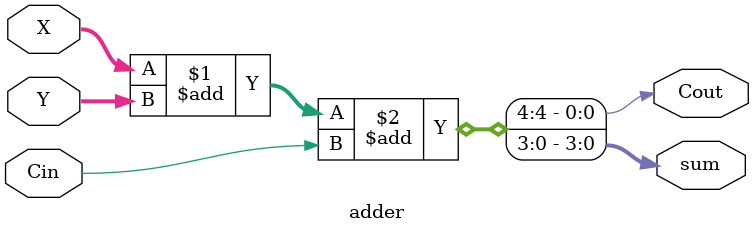
<source format=v>
`timescale 1ns / 1ps


module adder(
    input [3 : 0] X,
    input [3 : 0] Y,
    input Cin,
    output wire [3 : 0] sum,
    output wire Cout
    );
    assign {Cout,sum} = X + Y + Cin;
endmodule

</source>
